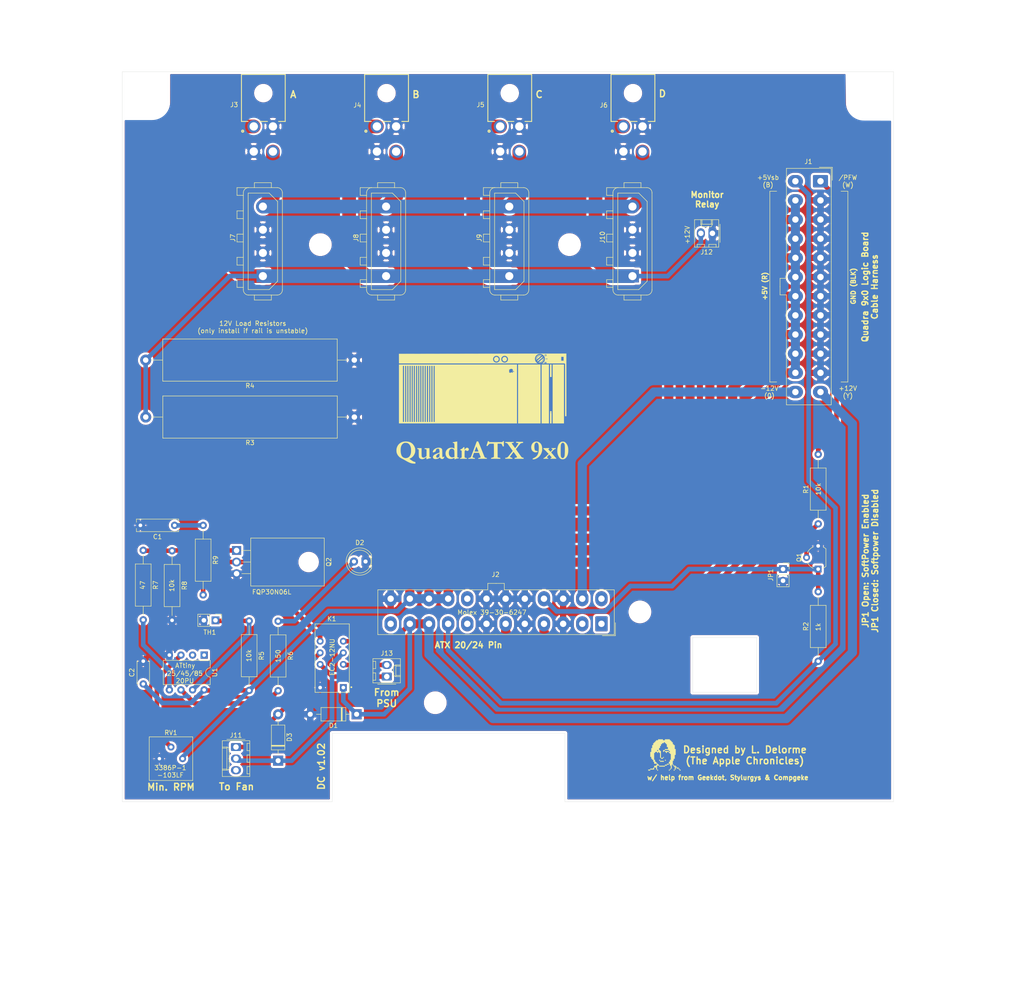
<source format=kicad_pcb>
(kicad_pcb (version 20171130) (host pcbnew "(5.1.5-0-10_14)")
  (layers (0 F.Cu signal) (31 B.Cu signal) (34 B.Paste user) (35 F.Paste user) (36 B.SilkS user) (37 F.SilkS user) (38 B.Mask user) (39 F.Mask user) (44 Edge.Cuts user))
  (net 0 "")
  (net 1 5V_standby)
  (net 2 5V)
  (net 3 -12V)
  (net 4 12V)
  (net 5 GND)
  (net 6 PFW)
  (net 7 PW_OK)
  (net 8 PS_ON)
  (net 9 -5V)
  (net 10 "Net-(Q1-Pad2)")
  (net 11 "Net-(J2-Pad13)")
  (net 12 "Net-(J2-Pad12)")
  (net 13 "Net-(J2-Pad2)")
  (net 14 "Net-(J2-Pad1)")
  (net 15 "Net-(J11-Pad3)")
  (net 16 /-)
  (net 17 /+)
  (net 18 Controller-)
  (net 19 Fan-)
  (net 20 Fan+)
  (net 21 "Net-(D2-Pad2)")
  (net 22 "Net-(U1-Pad1)")
  (net 23 "Net-(U1-Pad2)")
  (net 24 /PWM_signal)
  (net 25 /NTC_temp)
  (net 26 /LED_onoff)
  (net 27 /Pot)
  (net 28 /PWM_att)
  (net 29 "Net-(C1-Pad1)")
  (net 30 5V_HD)
  (net 31 12V_HD)
  (module Package_TO_SOT_THT:TO-220F-3_Horizontal_TabDown (layer F.Cu) (at 186.03 172.92 270)
    (fp_text reference Q2 (at 2.54 -20.22 90) (layer F.SilkS))
    (fp_text value FQP30N06L (at 9.11 -7.71 180) (layer F.SilkS))
    (pad "" np_thru_hole oval (at 2.54 -15.8 270) (size 3.5 3.5) (drill 3.5) (layers *.Cu *.Mask))
    (pad 1 thru_hole rect (at 0 0 270) (size 1.905 2) (drill 1.2) (layers *.Cu *.Mask) (net 28 /PWM_att))
    (pad 2 thru_hole oval (at 2.54 0 270) (size 1.905 2) (drill 1.2) (layers *.Cu *.Mask) (net 18 Controller-))
    (pad 3 thru_hole oval (at 5.08 0 270) (size 1.905 2) (drill 1.2) (layers *.Cu *.Mask) (net 5 GND))
  )
  (module LED_THT:LED_D5.0mm (layer F.Cu) (at 214.3 175.35 180)
    (fp_text reference D2 (at 1.27 4.13) (layer F.SilkS))
    (fp_text value LED)
    (pad 1 thru_hole rect (at 0 0 180) (size 1.8 1.8) (drill 0.9) (layers *.Cu *.Mask) (net 5 GND))
    (pad 2 thru_hole circle (at 2.54 0 180) (size 1.8 1.8) (drill 0.9) (layers *.Cu *.Mask) (net 21 "Net-(D2-Pad2)"))
  )
  (module MountingHole:MountingHole_4mm (layer F.Cu) (at 229.58 206.29)
    (fp_text reference REF**)
    (fp_text value MountingHole_4mm)
    (pad 1 np_thru_hole circle (at 0 0) (size 4 4) (drill 4) (layers *.Cu *.Mask))
  )
  (module Relay_12:RELAY_EC2-5NU (layer F.Cu) (at 206.89 196.52 180)
    (fp_text reference K1 (at -0.01 8.62 180) (layer F.SilkS))
    (fp_text value EC2-12NU (at -0.11 0.23 270) (layer F.SilkS))
    (pad 1 thru_hole rect (at -2.54 -6.45 180) (size 1.5 1.5) (drill 0.8) (layers *.Cu *.Mask) (net 4 12V))
    (pad 12 thru_hole circle (at 2.54 -6.45 180) (size 1.5 1.5) (drill 0.8) (layers *.Cu *.Mask) (net 5 GND))
    (pad 3 thru_hole circle (at -2.54 -1.37 180) (size 1.5 1.5) (drill 0.8) (layers *.Cu *.Mask) (net 17 /+))
    (pad 8 thru_hole circle (at 2.54 3.71 180) (size 1.5 1.5) (drill 0.8) (layers *.Cu *.Mask) (net 18 Controller-))
    (pad 4 thru_hole circle (at -2.54 1.17 180) (size 1.5 1.5) (drill 0.8) (layers *.Cu *.Mask) (net 20 Fan+))
    (pad 5 thru_hole circle (at -2.54 3.71 180) (size 1.5 1.5) (drill 0.8) (layers *.Cu *.Mask) (net 4 12V))
    (pad 10 thru_hole circle (at 2.54 -1.37 180) (size 1.5 1.5) (drill 0.8) (layers *.Cu *.Mask) (net 16 /-))
    (pad 9 thru_hole circle (at 2.54 1.17 180) (size 1.5 1.5) (drill 0.8) (layers *.Cu *.Mask) (net 19 Fan-))
  )
  (module Connector_PinHeader_2.54mm:PinHeader_1x02_P2.54mm_Vertical (layer F.Cu) (at 181.41 188.23 270)
    (fp_text reference TH1 (at 2.63 1.25 180) (layer F.SilkS))
    (fp_text value 10k)
    (pad 1 thru_hole rect (at 0 0 270) (size 1.7 1.7) (drill 1) (layers *.Cu *.Mask) (net 25 /NTC_temp))
    (pad 2 thru_hole oval (at 0 2.54 270) (size 1.7 1.7) (drill 1) (layers *.Cu *.Mask) (net 5 GND))
  )
  (module Package_DIP:DIP-8_W7.62mm (layer F.Cu) (at 178.93 195.85 270)
    (fp_text reference U1 (at 3.81 -2.33 90) (layer F.SilkS))
    (fp_text value ATtiny (at 2.3 4.16 180) (layer F.SilkS))
    (pad 8 thru_hole oval (at 7.62 0 270) (size 1.6 1.6) (drill 0.8) (layers *.Cu *.Mask) (net 2 5V))
    (pad 4 thru_hole oval (at 0 7.62 270) (size 1.6 1.6) (drill 0.8) (layers *.Cu *.Mask) (net 5 GND))
    (pad 7 thru_hole oval (at 7.62 2.54 270) (size 1.6 1.6) (drill 0.8) (layers *.Cu *.Mask) (net 25 /NTC_temp))
    (pad 3 thru_hole oval (at 0 5.08 270) (size 1.6 1.6) (drill 0.8) (layers *.Cu *.Mask) (net 27 /Pot))
    (pad 6 thru_hole oval (at 7.62 5.08 270) (size 1.6 1.6) (drill 0.8) (layers *.Cu *.Mask) (net 26 /LED_onoff))
    (pad 2 thru_hole oval (at 0 2.54 270) (size 1.6 1.6) (drill 0.8) (layers *.Cu *.Mask) (net 23 "Net-(U1-Pad2)"))
    (pad 5 thru_hole oval (at 7.62 7.62 270) (size 1.6 1.6) (drill 0.8) (layers *.Cu *.Mask) (net 24 /PWM_signal))
    (pad 1 thru_hole rect (at 0 0 270) (size 1.6 1.6) (drill 0.8) (layers *.Cu *.Mask) (net 22 "Net-(U1-Pad1)"))
  )
  (module Connector_Molex:Molex_KK-254_AE-6410-02A_1x02_P2.54mm_Vertical (layer F.Cu) (at 218.95 200.56 90)
    (fp_text reference J13 (at 5.1 0.01 180) (layer F.SilkS))
    (fp_text value Conn_01x02_Male)
    (pad 1 thru_hole roundrect (at 0 0 90) (size 1.74 2.2) (drill 1.2) (layers *.Cu *.Mask) (roundrect_rratio 0.143678) (net 16 /-))
    (pad 2 thru_hole oval (at 2.54 0 90) (size 1.74 2.2) (drill 1.2) (layers *.Cu *.Mask) (net 17 /+))
  )
  (module Quadra_LOGO:QuadrATX_9x0_1000B (layer F.Cu) (at 239.96 153.02)
    (fp_text reference G*** hide)
    (fp_text value LOGO hide)
  )
  (module Connector_Molex:Molex_KK-254_AE-6410-02A_1x02_P2.54mm_Vertical (layer F.Cu) (at 290.32 103.42 180)
    (fp_text reference J12 (at 1.27 -4.12) (layer F.SilkS))
    (fp_text value Conn_01x02_Male)
    (pad 2 thru_hole oval (at 2.54 0 180) (size 1.74 2.2) (drill 1.2) (layers *.Cu *.Mask) (net 31 12V_HD))
    (pad 1 thru_hole roundrect (at 0 0 180) (size 1.74 2.2) (drill 1.2) (layers *.Cu *.Mask) (roundrect_rratio 0.143678) (net 5 GND))
  )
  (module Square_Molex_4_pin_small:39-30-1040 (layer F.Cu) (at 272.9 66.1 180)
    (fp_text reference J6 (at 6.4 -9.25) (layer F.SilkS))
    (fp_text value 26-01-3115 hide)
    (pad 5 np_thru_hole circle (at 0 -6.6 180) (size 3.05 0) (drill 3.05) (layers *.Cu *.Mask))
    (pad 4 thru_hole circle (at -2.1 -19.4 180) (size 2.8 2.8) (drill 1.85) (layers *.Cu *.Mask) (net 30 5V_HD))
    (pad 3 thru_hole circle (at 2.1 -19.4 180) (size 2.8 2.8) (drill 1.85) (layers *.Cu *.Mask) (net 5 GND))
    (pad 2 thru_hole circle (at -2.1 -13.9 180) (size 2.8 2.8) (drill 1.85) (layers *.Cu *.Mask) (net 5 GND))
    (pad 1 thru_hole circle (at 2.1 -13.9 180) (size 2.8 2.8) (drill 1.85) (layers *.Cu *.Mask) (net 31 12V_HD))
  )
  (module Square_Molex_4_pin_small:39-30-1040 (layer F.Cu) (at 245.9 66.1 180)
    (fp_text reference J5 (at 6.4 -9.15) (layer F.SilkS))
    (fp_text value 26-01-3115 hide)
    (pad 5 np_thru_hole circle (at 0 -6.6 180) (size 3.05 0) (drill 3.05) (layers *.Cu *.Mask))
    (pad 4 thru_hole circle (at -2.1 -19.4 180) (size 2.8 2.8) (drill 1.85) (layers *.Cu *.Mask) (net 30 5V_HD))
    (pad 3 thru_hole circle (at 2.1 -19.4 180) (size 2.8 2.8) (drill 1.85) (layers *.Cu *.Mask) (net 5 GND))
    (pad 2 thru_hole circle (at -2.1 -13.9 180) (size 2.8 2.8) (drill 1.85) (layers *.Cu *.Mask) (net 5 GND))
    (pad 1 thru_hole circle (at 2.1 -13.9 180) (size 2.8 2.8) (drill 1.85) (layers *.Cu *.Mask) (net 31 12V_HD))
  )
  (module Square_Molex_4_pin_small:39-30-1040 (layer F.Cu) (at 218.9 66.1 180)
    (fp_text reference J4 (at 6.4 -9.25) (layer F.SilkS))
    (fp_text value 26-01-3115 hide)
    (pad 5 np_thru_hole circle (at 0 -6.6 180) (size 3.05 0) (drill 3.05) (layers *.Cu *.Mask))
    (pad 4 thru_hole circle (at -2.1 -19.4 180) (size 2.8 2.8) (drill 1.85) (layers *.Cu *.Mask) (net 30 5V_HD))
    (pad 3 thru_hole circle (at 2.1 -19.4 180) (size 2.8 2.8) (drill 1.85) (layers *.Cu *.Mask) (net 5 GND))
    (pad 2 thru_hole circle (at -2.1 -13.9 180) (size 2.8 2.8) (drill 1.85) (layers *.Cu *.Mask) (net 5 GND))
    (pad 1 thru_hole circle (at 2.1 -13.9 180) (size 2.8 2.8) (drill 1.85) (layers *.Cu *.Mask) (net 31 12V_HD))
  )
  (module Square_Molex_4_pin_small:39-30-1040 (layer F.Cu) (at 191.9 66.1 180)
    (fp_text reference J3 (at 6.4 -9.15) (layer F.SilkS))
    (fp_text value 26-01-3115 hide)
    (pad 5 np_thru_hole circle (at 0 -6.6 180) (size 3.05 0) (drill 3.05) (layers *.Cu *.Mask))
    (pad 4 thru_hole circle (at -2.1 -19.4 180) (size 2.8 2.8) (drill 1.85) (layers *.Cu *.Mask) (net 30 5V_HD))
    (pad 3 thru_hole circle (at 2.1 -19.4 180) (size 2.8 2.8) (drill 1.85) (layers *.Cu *.Mask) (net 5 GND))
    (pad 2 thru_hole circle (at -2.1 -13.9 180) (size 2.8 2.8) (drill 1.85) (layers *.Cu *.Mask) (net 5 GND))
    (pad 1 thru_hole circle (at 2.1 -13.9 180) (size 2.8 2.8) (drill 1.85) (layers *.Cu *.Mask) (net 31 12V_HD))
  )
  (module Connector_TE-Connectivity:TE_MATE-N-LOK_350211-1_1x04_P5.08mm_Vertical (layer F.Cu) (at 272.8 112.8 90)
    (fp_text reference J10 (at 8.5 -6.58 90) (layer F.SilkS))
    (fp_text value 15-24-4449)
    (pad 4 thru_hole circle (at 15.24 0 90) (size 2.78 2.78) (drill 1.78) (layers *.Cu *.Mask) (net 30 5V_HD))
    (pad 3 thru_hole circle (at 10.16 0 90) (size 2.78 2.78) (drill 1.78) (layers *.Cu *.Mask) (net 5 GND))
    (pad 2 thru_hole circle (at 5.08 0 90) (size 2.78 2.78) (drill 1.78) (layers *.Cu *.Mask) (net 5 GND))
    (pad 1 thru_hole rect (at 0 0 90) (size 2.78 2.78) (drill 1.78) (layers *.Cu *.Mask) (net 31 12V_HD))
  )
  (module Connector_TE-Connectivity:TE_MATE-N-LOK_350211-1_1x04_P5.08mm_Vertical (layer F.Cu) (at 245.8 112.8 90)
    (fp_text reference J9 (at 8.38 -6.58 90) (layer F.SilkS))
    (fp_text value 15-24-4449)
    (pad 4 thru_hole circle (at 15.24 0 90) (size 2.78 2.78) (drill 1.78) (layers *.Cu *.Mask) (net 30 5V_HD))
    (pad 3 thru_hole circle (at 10.16 0 90) (size 2.78 2.78) (drill 1.78) (layers *.Cu *.Mask) (net 5 GND))
    (pad 2 thru_hole circle (at 5.08 0 90) (size 2.78 2.78) (drill 1.78) (layers *.Cu *.Mask) (net 5 GND))
    (pad 1 thru_hole rect (at 0 0 90) (size 2.78 2.78) (drill 1.78) (layers *.Cu *.Mask) (net 31 12V_HD))
  )
  (module Connector_TE-Connectivity:TE_MATE-N-LOK_350211-1_1x04_P5.08mm_Vertical (layer F.Cu) (at 218.8 112.8 90)
    (fp_text reference J8 (at 8.38 -6.58 90) (layer F.SilkS))
    (fp_text value 15-24-4449)
    (pad 4 thru_hole circle (at 15.24 0 90) (size 2.78 2.78) (drill 1.78) (layers *.Cu *.Mask) (net 30 5V_HD))
    (pad 3 thru_hole circle (at 10.16 0 90) (size 2.78 2.78) (drill 1.78) (layers *.Cu *.Mask) (net 5 GND))
    (pad 2 thru_hole circle (at 5.08 0 90) (size 2.78 2.78) (drill 1.78) (layers *.Cu *.Mask) (net 5 GND))
    (pad 1 thru_hole rect (at 0 0 90) (size 2.78 2.78) (drill 1.78) (layers *.Cu *.Mask) (net 31 12V_HD))
  )
  (module Connector_TE-Connectivity:TE_MATE-N-LOK_350211-1_1x04_P5.08mm_Vertical (layer F.Cu) (at 191.8 112.8 90)
    (fp_text reference J7 (at 8.38 -6.58 90) (layer F.SilkS))
    (fp_text value 15-24-4449)
    (pad 4 thru_hole circle (at 15.24 0 90) (size 2.78 2.78) (drill 1.78) (layers *.Cu *.Mask) (net 30 5V_HD))
    (pad 3 thru_hole circle (at 10.16 0 90) (size 2.78 2.78) (drill 1.78) (layers *.Cu *.Mask) (net 5 GND))
    (pad 2 thru_hole circle (at 5.08 0 90) (size 2.78 2.78) (drill 1.78) (layers *.Cu *.Mask) (net 5 GND))
    (pad 1 thru_hole rect (at 0 0 90) (size 2.78 2.78) (drill 1.78) (layers *.Cu *.Mask) (net 31 12V_HD))
  )
  (module Connector_PinSocket_2.54mm:PinSocket_1x02_P2.54mm_Vertical (layer F.Cu) (at 305.79 177.01)
    (fp_text reference JP1 (at -2.7 1.3 90) (layer F.SilkS))
    (fp_text value Jumper_NO_Small)
    (pad 2 thru_hole oval (at 0 2.54) (size 1.7 1.7) (drill 1) (layers *.Cu *.Mask) (net 5 GND))
    (pad 1 thru_hole rect (at 0 0) (size 1.7 1.7) (drill 1) (layers *.Cu *.Mask) (net 8 PS_ON))
  )
  (module Resistor_THT:R_Axial_DIN0309_L9.0mm_D3.2mm_P15.24mm_Horizontal (layer F.Cu) (at 313.5 197.2 90)
    (fp_text reference R2 (at 7.63 -2.69 90) (layer F.SilkS))
    (fp_text value 1k (at 7.5 0 90) (layer F.SilkS))
    (pad 2 thru_hole oval (at 15.24 0 90) (size 1.6 1.6) (drill 0.8) (layers *.Cu *.Mask) (net 8 PS_ON))
    (pad 1 thru_hole circle (at 0 0 90) (size 1.6 1.6) (drill 0.8) (layers *.Cu *.Mask) (net 1 5V_standby))
  )
  (module Resistor_THT:R_Axial_DIN0309_L9.0mm_D3.2mm_P15.24mm_Horizontal (layer F.Cu) (at 313.5 167.1 90)
    (fp_text reference R1 (at 7.62 -2.69 90) (layer F.SilkS))
    (fp_text value 10k (at 7.62 0.05 90) (layer F.SilkS))
    (pad 2 thru_hole oval (at 15.24 0 90) (size 1.6 1.6) (drill 0.8) (layers *.Cu *.Mask) (net 6 PFW))
    (pad 1 thru_hole circle (at 0 0 90) (size 1.6 1.6) (drill 0.8) (layers *.Cu *.Mask) (net 10 "Net-(Q1-Pad2)"))
  )
  (module MountingHole:MountingHole_4mm (layer F.Cu) (at 325 73)
    (fp_text reference REF**)
    (fp_text value MountingHole_4mm)
    (pad 1 np_thru_hole circle (at 0 0) (size 4 4) (drill 4) (layers *.Cu *.Mask))
  )
  (module MountingHole:MountingHole_4mm (layer F.Cu) (at 166 73)
    (fp_text reference REF**)
    (fp_text value MountingHole_4mm)
    (pad 1 np_thru_hole circle (at 0 0) (size 4 4) (drill 4) (layers *.Cu *.Mask))
  )
  (module MountingHole:MountingHole_4mm (layer F.Cu) (at 274.43 186.39)
    (fp_text reference REF**)
    (fp_text value MountingHole_4mm)
    (pad 1 np_thru_hole circle (at 0 0) (size 4 4) (drill 4) (layers *.Cu *.Mask))
  )
  (module MountingHole:MountingHole_4mm (layer F.Cu) (at 259 105.9)
    (fp_text reference REF**)
    (fp_text value MountingHole_4mm)
    (pad 1 np_thru_hole circle (at 0 0) (size 4 4) (drill 4) (layers *.Cu *.Mask))
  )
  (module MountingHole:MountingHole_4mm (layer F.Cu) (at 204.4 105.9)
    (fp_text reference REF**)
    (fp_text value MountingHole_4mm)
    (pad 1 np_thru_hole circle (at 0 0) (size 4 4) (drill 4) (layers *.Cu *.Mask))
  )
  (module Quadra_LOGO:4500 (layer F.Cu) (at 239.97 137.42 270)
    (fp_text reference G*** hide)
    (fp_text value LOGO hide)
  )
  (module Quadra_LOGO:steve (layer F.Cu) (at 279.5 218.7)
    (fp_text reference G*** hide)
    (fp_text value LOGO hide)
  )
  (module Diode_THT:D_DO-41_SOD81_P10.16mm_Horizontal (layer F.Cu) (at 212.34 208.82 180)
    (fp_text reference D1 (at 5.08 -2.47) (layer F.SilkS))
    (fp_text value 1N4001)
    (pad 2 thru_hole oval (at 10.16 0 180) (size 2.2 2.2) (drill 1.1) (layers *.Cu *.Mask) (net 5 GND))
    (pad 1 thru_hole rect (at 0 0 180) (size 2.2 2.2) (drill 1.1) (layers *.Cu *.Mask) (net 4 12V))
  )
  (module Diode_THT:D_DO-41_SOD81_P10.16mm_Horizontal (layer F.Cu) (at 195.14 218.99 90)
    (fp_text reference D3 (at 5.12 2.47 90) (layer F.SilkS))
    (fp_text value 1N4001)
    (pad 2 thru_hole oval (at 10.16 0 90) (size 2.2 2.2) (drill 1.1) (layers *.Cu *.Mask) (net 19 Fan-))
    (pad 1 thru_hole rect (at 0 0 90) (size 2.2 2.2) (drill 1.1) (layers *.Cu *.Mask) (net 20 Fan+))
  )
  (module Connector_Molex:Molex_KK-254_AE-6410-03A_1x03_P2.54mm_Vertical (layer F.Cu) (at 185.9 216 270)
    (fp_text reference J11 (at -2.58 0 180) (layer F.SilkS))
    (fp_text value Conn_01x03_Male)
    (pad 1 thru_hole roundrect (at 0 0 270) (size 1.74 2.2) (drill 1.2) (layers *.Cu *.Mask) (roundrect_rratio 0.143678) (net 19 Fan-))
    (pad 2 thru_hole oval (at 2.54 0 270) (size 1.74 2.2) (drill 1.2) (layers *.Cu *.Mask) (net 20 Fan+))
    (pad 3 thru_hole oval (at 5.08 0 270) (size 1.74 2.2) (drill 1.2) (layers *.Cu *.Mask) (net 15 "Net-(J11-Pad3)"))
  )
  (module Resistor_THT:R_Axial_DIN0309_L9.0mm_D3.2mm_P15.24mm_Horizontal (layer F.Cu) (at 188.79 203.6 90)
    (fp_text reference R5 (at 7.59 2.71 90) (layer F.SilkS))
    (fp_text value 10k (at 7.63 -0.04 90) (layer F.SilkS))
    (pad 1 thru_hole circle (at 0 0 90) (size 1.6 1.6) (drill 0.8) (layers *.Cu *.Mask) (net 2 5V))
    (pad 2 thru_hole oval (at 15.24 0 90) (size 1.6 1.6) (drill 0.8) (layers *.Cu *.Mask) (net 25 /NTC_temp))
  )
  (module Resistor_THT:R_Axial_DIN0309_L9.0mm_D3.2mm_P15.24mm_Horizontal (layer F.Cu) (at 195.14 203.66 90)
    (fp_text reference R6 (at 7.65 2.72 90) (layer F.SilkS))
    (fp_text value 150 (at 7.59 0.01 90) (layer F.SilkS))
    (pad 2 thru_hole oval (at 15.24 0 90) (size 1.6 1.6) (drill 0.8) (layers *.Cu *.Mask) (net 21 "Net-(D2-Pad2)"))
    (pad 1 thru_hole circle (at 0 0 90) (size 1.6 1.6) (drill 0.8) (layers *.Cu *.Mask) (net 26 /LED_onoff))
  )
  (module Potentiometer:3386P-1-103LF (layer F.Cu) (at 171.66 218.55 180)
    (fp_text reference RV1 (at 0.01 5.69) (layer F.SilkS))
    (fp_text value 10k)
    (pad 3 thru_hole circle (at -2.54 0 180) (size 1.524 1.524) (drill 0.762) (layers *.Cu *.Mask) (net 2 5V))
    (pad 1 thru_hole circle (at 2.54 0 180) (size 1.524 1.524) (drill 0.762) (layers *.Cu *.Mask) (net 5 GND))
    (pad 2 thru_hole circle (at 0 2.54 180) (size 1.524 1.524) (drill 0.762) (layers *.Cu *.Mask) (net 27 /Pot))
  )
  (module Resistor_THT:R_Axial_DIN0309_L9.0mm_D3.2mm_P15.24mm_Horizontal (layer F.Cu) (at 165.58 172.89 270)
    (fp_text reference R7 (at 7.62 -2.72 90) (layer F.SilkS))
    (fp_text value 47 (at 7.64 0.11 90) (layer F.SilkS))
    (pad 1 thru_hole circle (at 0 0 270) (size 1.6 1.6) (drill 0.8) (layers *.Cu *.Mask) (net 28 /PWM_att))
    (pad 2 thru_hole oval (at 15.24 0 270) (size 1.6 1.6) (drill 0.8) (layers *.Cu *.Mask) (net 24 /PWM_signal))
  )
  (module Resistor_THT:R_Axial_DIN0309_L9.0mm_D3.2mm_P15.24mm_Horizontal (layer F.Cu) (at 171.9 172.99 270)
    (fp_text reference R8 (at 7.62 -2.72 90) (layer F.SilkS))
    (fp_text value 10k (at 7.62 0.05 90) (layer F.SilkS))
    (pad 2 thru_hole oval (at 15.24 0 270) (size 1.6 1.6) (drill 0.8) (layers *.Cu *.Mask) (net 5 GND))
    (pad 1 thru_hole circle (at 0 0 270) (size 1.6 1.6) (drill 0.8) (layers *.Cu *.Mask) (net 28 /PWM_att))
  )
  (module Resistor_THT:R_Axial_DIN0309_L9.0mm_D3.2mm_P15.24mm_Horizontal (layer F.Cu) (at 178.71 182.67 90)
    (fp_text reference R9 (at 7.63 2.74 90) (layer F.SilkS))
    (fp_text value R_snub)
    (pad 1 thru_hole circle (at 0 0 90) (size 1.6 1.6) (drill 0.8) (layers *.Cu *.Mask) (net 18 Controller-))
    (pad 2 thru_hole oval (at 15.24 0 90) (size 1.6 1.6) (drill 0.8) (layers *.Cu *.Mask) (net 29 "Net-(C1-Pad1)"))
  )
  (module Capacitor_THT:C_Rect_L9.0mm_W2.5mm_P7.50mm_MKT (layer F.Cu) (at 172.46 167.42 180)
    (fp_text reference C1 (at 3.75 -2.5) (layer F.SilkS))
    (fp_text value C_snub)
    (pad 1 thru_hole circle (at 0 0 180) (size 1.6 1.6) (drill 0.8) (layers *.Cu *.Mask) (net 29 "Net-(C1-Pad1)"))
    (pad 2 thru_hole circle (at 7.5 0 180) (size 1.6 1.6) (drill 0.8) (layers *.Cu *.Mask) (net 5 GND))
  )
  (module Capacitor_THT:C_Disc_D4.7mm_W2.5mm_P5.00mm (layer F.Cu) (at 165.59 202.18 90)
    (fp_text reference C2 (at 2.5 -2.5 90) (layer F.SilkS))
    (fp_text value 0.1uF)
    (pad 1 thru_hole circle (at 0 0 90) (size 1.6 1.6) (drill 0.8) (layers *.Cu *.Mask) (net 2 5V))
    (pad 2 thru_hole circle (at 5 0 90) (size 1.6 1.6) (drill 0.8) (layers *.Cu *.Mask) (net 5 GND))
  )
  (module Connector_Molex:Molex_Mini-Fit_Jr_5566-24A_2x12_P4.20mm_Vertical (layer F.Cu) (at 314 92 270)
    (fp_text reference J1 (at -4.29 2.65 180) (layer F.SilkS))
    (fp_text value 0039281243)
    (pad 1 thru_hole roundrect (at 0 0 270) (size 2.7 3.3) (drill 1.4) (layers *.Cu *.Mask) (roundrect_rratio 0.09259299999999999) (net 6 PFW))
    (pad 2 thru_hole oval (at 4.2 0 270) (size 2.7 3.3) (drill 1.4) (layers *.Cu *.Mask) (net 5 GND))
    (pad 3 thru_hole oval (at 8.4 0 270) (size 2.7 3.3) (drill 1.4) (layers *.Cu *.Mask) (net 5 GND))
    (pad 4 thru_hole oval (at 12.6 0 270) (size 2.7 3.3) (drill 1.4) (layers *.Cu *.Mask) (net 5 GND))
    (pad 5 thru_hole oval (at 16.8 0 270) (size 2.7 3.3) (drill 1.4) (layers *.Cu *.Mask) (net 5 GND))
    (pad 6 thru_hole oval (at 21 0 270) (size 2.7 3.3) (drill 1.4) (layers *.Cu *.Mask) (net 5 GND))
    (pad 7 thru_hole oval (at 25.2 0 270) (size 2.7 3.3) (drill 1.4) (layers *.Cu *.Mask) (net 5 GND))
    (pad 8 thru_hole oval (at 29.4 0 270) (size 2.7 3.3) (drill 1.4) (layers *.Cu *.Mask) (net 5 GND))
    (pad 9 thru_hole oval (at 33.6 0 270) (size 2.7 3.3) (drill 1.4) (layers *.Cu *.Mask) (net 5 GND))
    (pad 10 thru_hole oval (at 37.8 0 270) (size 2.7 3.3) (drill 1.4) (layers *.Cu *.Mask) (net 5 GND))
    (pad 11 thru_hole oval (at 42 0 270) (size 2.7 3.3) (drill 1.4) (layers *.Cu *.Mask) (net 5 GND))
    (pad 12 thru_hole oval (at 46.2 0 270) (size 2.7 3.3) (drill 1.4) (layers *.Cu *.Mask) (net 4 12V))
    (pad 13 thru_hole oval (at 0 5.5 270) (size 2.7 3.3) (drill 1.4) (layers *.Cu *.Mask) (net 1 5V_standby))
    (pad 14 thru_hole oval (at 4.2 5.5 270) (size 2.7 3.3) (drill 1.4) (layers *.Cu *.Mask) (net 2 5V))
    (pad 15 thru_hole oval (at 8.4 5.5 270) (size 2.7 3.3) (drill 1.4) (layers *.Cu *.Mask) (net 2 5V))
    (pad 16 thru_hole oval (at 12.6 5.5 270) (size 2.7 3.3) (drill 1.4) (layers *.Cu *.Mask) (net 2 5V))
    (pad 17 thru_hole oval (at 16.8 5.5 270) (size 2.7 3.3) (drill 1.4) (layers *.Cu *.Mask) (net 2 5V))
    (pad 18 thru_hole oval (at 21 5.5 270) (size 2.7 3.3) (drill 1.4) (layers *.Cu *.Mask) (net 2 5V))
    (pad 19 thru_hole oval (at 25.2 5.5 270) (size 2.7 3.3) (drill 1.4) (layers *.Cu *.Mask) (net 2 5V))
    (pad 20 thru_hole oval (at 29.4 5.5 270) (size 2.7 3.3) (drill 1.4) (layers *.Cu *.Mask) (net 2 5V))
    (pad 21 thru_hole oval (at 33.6 5.5 270) (size 2.7 3.3) (drill 1.4) (layers *.Cu *.Mask) (net 2 5V))
    (pad 22 thru_hole oval (at 37.8 5.5 270) (size 2.7 3.3) (drill 1.4) (layers *.Cu *.Mask) (net 2 5V))
    (pad 23 thru_hole oval (at 42 5.5 270) (size 2.7 3.3) (drill 1.4) (layers *.Cu *.Mask) (net 2 5V))
    (pad 24 thru_hole oval (at 46.2 5.5 270) (size 2.7 3.3) (drill 1.4) (layers *.Cu *.Mask) (net 3 -12V))
  )
  (module Connector_Molex:Molex_Mini-Fit_Jr_5566-24A_2x12_P4.20mm_Vertical (layer F.Cu) (at 266 189 180)
    (fp_text reference J2 (at 23.2 10.79) (layer F.SilkS))
    (fp_text value 0039281243)
    (pad 24 thru_hole oval (at 46.2 5.5 180) (size 2.7 3.3) (drill 1.4) (layers *.Cu *.Mask) (net 5 GND))
    (pad 23 thru_hole oval (at 42 5.5 180) (size 2.7 3.3) (drill 1.4) (layers *.Cu *.Mask) (net 2 5V))
    (pad 22 thru_hole oval (at 37.8 5.5 180) (size 2.7 3.3) (drill 1.4) (layers *.Cu *.Mask) (net 2 5V))
    (pad 21 thru_hole oval (at 33.6 5.5 180) (size 2.7 3.3) (drill 1.4) (layers *.Cu *.Mask) (net 2 5V))
    (pad 20 thru_hole oval (at 29.4 5.5 180) (size 2.7 3.3) (drill 1.4) (layers *.Cu *.Mask) (net 9 -5V))
    (pad 19 thru_hole oval (at 25.2 5.5 180) (size 2.7 3.3) (drill 1.4) (layers *.Cu *.Mask) (net 5 GND))
    (pad 18 thru_hole oval (at 21 5.5 180) (size 2.7 3.3) (drill 1.4) (layers *.Cu *.Mask) (net 5 GND))
    (pad 17 thru_hole oval (at 16.8 5.5 180) (size 2.7 3.3) (drill 1.4) (layers *.Cu *.Mask) (net 5 GND))
    (pad 16 thru_hole oval (at 12.6 5.5 180) (size 2.7 3.3) (drill 1.4) (layers *.Cu *.Mask) (net 8 PS_ON))
    (pad 15 thru_hole oval (at 8.4 5.5 180) (size 2.7 3.3) (drill 1.4) (layers *.Cu *.Mask) (net 5 GND))
    (pad 14 thru_hole oval (at 4.2 5.5 180) (size 2.7 3.3) (drill 1.4) (layers *.Cu *.Mask) (net 3 -12V))
    (pad 13 thru_hole oval (at 0 5.5 180) (size 2.7 3.3) (drill 1.4) (layers *.Cu *.Mask) (net 11 "Net-(J2-Pad13)"))
    (pad 12 thru_hole oval (at 46.2 0 180) (size 2.7 3.3) (drill 1.4) (layers *.Cu *.Mask) (net 12 "Net-(J2-Pad12)"))
    (pad 11 thru_hole oval (at 42 0 180) (size 2.7 3.3) (drill 1.4) (layers *.Cu *.Mask) (net 4 12V))
    (pad 10 thru_hole oval (at 37.8 0 180) (size 2.7 3.3) (drill 1.4) (layers *.Cu *.Mask) (net 4 12V))
    (pad 9 thru_hole oval (at 33.6 0 180) (size 2.7 3.3) (drill 1.4) (layers *.Cu *.Mask) (net 1 5V_standby))
    (pad 8 thru_hole oval (at 29.4 0 180) (size 2.7 3.3) (drill 1.4) (layers *.Cu *.Mask) (net 7 PW_OK))
    (pad 7 thru_hole oval (at 25.2 0 180) (size 2.7 3.3) (drill 1.4) (layers *.Cu *.Mask) (net 5 GND))
    (pad 6 thru_hole oval (at 21 0 180) (size 2.7 3.3) (drill 1.4) (layers *.Cu *.Mask) (net 2 5V))
    (pad 5 thru_hole oval (at 16.8 0 180) (size 2.7 3.3) (drill 1.4) (layers *.Cu *.Mask) (net 5 GND))
    (pad 4 thru_hole oval (at 12.6 0 180) (size 2.7 3.3) (drill 1.4) (layers *.Cu *.Mask) (net 2 5V))
    (pad 3 thru_hole oval (at 8.4 0 180) (size 2.7 3.3) (drill 1.4) (layers *.Cu *.Mask) (net 5 GND))
    (pad 2 thru_hole oval (at 4.2 0 180) (size 2.7 3.3) (drill 1.4) (layers *.Cu *.Mask) (net 13 "Net-(J2-Pad2)"))
    (pad 1 thru_hole roundrect (at 0 0 180) (size 2.7 3.3) (drill 1.4) (layers *.Cu *.Mask) (roundrect_rratio 0.09259299999999999) (net 14 "Net-(J2-Pad1)"))
  )
  (module Package_TO_SOT_THT:TO-92L_Wide (layer F.Cu) (at 313.49 177.01 90)
    (fp_text reference Q1 (at 2.55 -4.15 90) (layer F.SilkS))
    (fp_text value BC547)
    (pad 2 thru_hole circle (at 2.54 -2.54 180) (size 1.5 1.5) (drill 0.8) (layers *.Cu *.Mask) (net 10 "Net-(Q1-Pad2)"))
    (pad 3 thru_hole circle (at 5.08 0 180) (size 1.5 1.5) (drill 0.8) (layers *.Cu *.Mask) (net 5 GND))
    (pad 1 thru_hole rect (at 0 0 180) (size 1.5 1.5) (drill 0.8) (layers *.Cu *.Mask) (net 8 PS_ON))
  )
  (module Resistor_THT:R_Axial_Power_L38.0mm_W9.0mm_P45.72mm (layer F.Cu) (at 211.85 143.69 180)
    (fp_text reference R3 (at 22.86 -5.62) (layer F.SilkS))
    (fp_text value R)
    (pad 1 thru_hole circle (at 0 0 180) (size 2.4 2.4) (drill 1.2) (layers *.Cu *.Mask) (net 5 GND))
    (pad 2 thru_hole oval (at 45.72 0 180) (size 2.4 2.4) (drill 1.2) (layers *.Cu *.Mask) (net 31 12V_HD))
  )
  (module Resistor_THT:R_Axial_Power_L38.0mm_W9.0mm_P45.72mm (layer F.Cu) (at 211.834999 131.204999 180)
    (fp_text reference R4 (at 22.86 -5.62) (layer F.SilkS))
    (fp_text value R)
    (pad 2 thru_hole oval (at 45.72 0 180) (size 2.4 2.4) (drill 1.2) (layers *.Cu *.Mask) (net 31 12V_HD))
    (pad 1 thru_hole circle (at 0 0 180) (size 2.4 2.4) (drill 1.2) (layers *.Cu *.Mask) (net 5 GND))
  )
  (gr_text "3386P-1\n-103LF" (at 171.53 221.36) (layer F.SilkS) (effects (font (size 1 1))))
  (gr_text "25/45/85\n20PU" (at 174.71 200.7) (layer F.SilkS) (effects (font (size 1 1))))
  (gr_text "Min. RPM" (at 171.65 224.78) (layer F.SilkS) (effects (font (size 1.5 1.5) (thickness 0.3))))
  (gr_text "To Fan" (at 186.02 224.68) (layer F.SilkS) (effects (font (size 1.5 1.5) (thickness 0.3))))
  (gr_text "From\nPSU" (at 218.93 205.25) (layer F.SilkS) (effects (font (size 1.5 1.5) (thickness 0.3))))
  (gr_text "DC v1.02" (at 204.6 220.23 90) (layer F.SilkS) (effects (font (size 1.5 1.5) (thickness 0.3))))
  (gr_text D (at 279.35 72.82) (layer F.SilkS) (effects (font (size 1.5 1.5) (thickness 0.3))))
  (gr_text C (at 252.34 72.99) (layer F.SilkS) (effects (font (size 1.5 1.5) (thickness 0.3))))
  (gr_text B (at 225.34 73) (layer F.SilkS) (effects (font (size 1.5 1.5) (thickness 0.3))))
  (gr_text A (at 198.45 73) (layer F.SilkS) (effects (font (size 1.5 1.5) (thickness 0.3))))
  (gr_text "Monitor\nRelay" (at 289.16 96.02) (layer F.SilkS) (effects (font (size 1.3 1.3) (thickness 0.3))))
  (gr_text +12V (at 284.82 103.78 90) (layer F.SilkS) (effects (font (size 1 1))))
  (gr_text "w/ help from Geekdot, Stylurgys & Compgeke" (at 293.69 222.71) (layer F.SilkS) (effects (font (size 1 1) (thickness 0.25))))
  (gr_text "Designed by L. Delorme \n(The Apple Chronicles) \n\n" (at 298 219) (layer F.SilkS) (effects (font (size 1.5 1.5) (thickness 0.3))))
  (gr_text "Molex 39-30-6247" (at 242 186.5) (layer F.SilkS) (effects (font (size 1 1))))
  (gr_text "+5Vsb\n(B)" (at 302.5 92) (layer F.SilkS) (effects (font (size 1 1))))
  (gr_text "+5V (R)" (at 301.8 115 90) (layer F.SilkS) (effects (font (size 1 1) (thickness 0.25))))
  (gr_line (start 302.9 94.2) (end 304.4 94.2) (layer F.SilkS) (width 0.12))
  (gr_line (start 302.9 94.2) (end 302.9 136) (layer F.SilkS) (width 0.12))
  (gr_line (start 304.4 136) (end 302.9 136) (layer F.SilkS) (width 0.12))
  (gr_text "GND (BLK)" (at 321.2 115 90) (layer F.SilkS) (effects (font (size 1 1) (thickness 0.25))))
  (gr_line (start 320 136) (end 318.5 136) (layer F.SilkS) (width 0.12))
  (gr_line (start 320 94.2) (end 320 136) (layer F.SilkS) (width 0.12))
  (gr_line (start 318.5 94.2) (end 320 94.2) (layer F.SilkS) (width 0.12))
  (gr_text "-12V\n(0)" (at 302.8 138.2) (layer F.SilkS) (effects (font (size 1 1))))
  (gr_text "+12V\n(Y)" (at 320 138.2) (layer F.SilkS) (effects (font (size 1 1))))
  (gr_text "/PFW\n(W)" (at 320 92) (layer F.SilkS) (effects (font (size 1 1))))
  (gr_text "JP1 Open: SoftPower Enabled\nJP1 Closed: Softpower Disabled" (at 324.9 175.2 90) (layer F.SilkS) (effects (font (size 1.3 1.3) (thickness 0.3))))
  (gr_text "12V Load Resistors\n(only install if rail is unstable)" (at 189.58 123.98) (layer F.SilkS) (effects (font (size 1 1))))
  (gr_text "Quadra 9x0 Logic Board\nCable Harness" (at 324.82 115.16 90) (layer F.SilkS) (effects (font (size 1.3 1.3) (thickness 0.3))))
  (gr_text "ATX 20/24 Pin" (at 236.87 193.66) (layer F.SilkS) (effects (font (size 1.3 1.3) (thickness 0.3))))
  (gr_line (start 258 228) (end 330 228) (layer Edge.Cuts) (width 0.05))
  (gr_line (start 330 228) (end 330 68) (layer Edge.Cuts) (width 0.05))
  (gr_line (start 300 204) (end 286 204) (layer Edge.Cuts) (width 0.05))
  (gr_line (start 300 192) (end 300 204) (layer Edge.Cuts) (width 0.05))
  (gr_line (start 286 192) (end 300 192) (layer Edge.Cuts) (width 0.05))
  (gr_line (start 286 192) (end 286 204) (layer Edge.Cuts) (width 0.05))
  (gr_line (start 330 68) (end 161 68) (layer Edge.Cuts) (width 0.05))
  (gr_line (start 161 228) (end 161 68) (layer Edge.Cuts) (width 0.05))
  (gr_line (start 207 213) (end 207 228) (layer Edge.Cuts) (width 0.05))
  (gr_line (start 258 213) (end 207 213) (layer Edge.Cuts) (width 0.05))
  (gr_line (start 258 213) (end 258 228) (layer Edge.Cuts) (width 0.05))
  (gr_line (start 207 228) (end 161 228) (layer Edge.Cuts) (width 0.05))
  (segment (start 304.3 206.4) (end 313.5 197.2) (width 1) (layer B.Cu) (net 1))
  (segment (start 244 206.4) (end 304.3 206.4) (width 1) (layer B.Cu) (net 1))
  (segment (start 232.4 194.8) (end 244 206.4) (width 1) (layer B.Cu) (net 1))
  (segment (start 311.4 157.7) (end 311.4 94.9) (width 1) (layer B.Cu) (net 1))
  (segment (start 317.3 163.6) (end 311.4 157.7) (width 1) (layer B.Cu) (net 1))
  (segment (start 317.3 193.4) (end 317.3 163.6) (width 1) (layer B.Cu) (net 1))
  (segment (start 313.5 197.2) (end 317.3 193.4) (width 1) (layer B.Cu) (net 1))
  (segment (start 232.4 194.8) (end 232.4 189) (width 1) (layer B.Cu) (net 1))
  (segment (start 311.4 94.9) (end 308.5 92) (width 1) (layer B.Cu) (net 1))
  (segment (start 289.75 133.970102) (end 306.520102 117.2) (width 2) (layer F.Cu) (net 2))
  (segment (start 289.75 165.75) (end 289.75 133.970102) (width 2) (layer F.Cu) (net 2))
  (segment (start 280 175.5) (end 289.75 165.75) (width 2) (layer F.Cu) (net 2))
  (segment (start 238.420102 175.5) (end 280 175.5) (width 2) (layer F.Cu) (net 2))
  (segment (start 232.4 181.520102) (end 238.420102 175.5) (width 2) (layer F.Cu) (net 2))
  (segment (start 285.4 129.920102) (end 306.520102 108.8) (width 2) (layer F.Cu) (net 2))
  (segment (start 277.25 170.25) (end 285.4 162.1) (width 2) (layer F.Cu) (net 2))
  (segment (start 285.4 162.1) (end 285.4 129.920102) (width 2) (layer F.Cu) (net 2))
  (segment (start 236.32 170.25) (end 277.25 170.25) (width 2) (layer F.Cu) (net 2))
  (segment (start 228.2 178.37) (end 236.32 170.25) (width 2) (layer F.Cu) (net 2))
  (segment (start 234.59 164.25) (end 224 174.84) (width 2) (layer F.Cu) (net 2))
  (segment (start 275.25 164.25) (end 234.59 164.25) (width 2) (layer F.Cu) (net 2))
  (segment (start 280.75 158.75) (end 275.25 164.25) (width 2) (layer F.Cu) (net 2))
  (segment (start 280.75 126.170102) (end 280.75 158.75) (width 2) (layer F.Cu) (net 2))
  (segment (start 306.520102 100.4) (end 280.75 126.170102) (width 2) (layer F.Cu) (net 2))
  (segment (start 294.75 173.75) (end 294.75 137.370102) (width 2) (layer F.Cu) (net 2))
  (segment (start 294.75 137.370102) (end 306.520102 125.6) (width 2) (layer F.Cu) (net 2))
  (segment (start 273.75 194.75) (end 294.75 173.75) (width 2) (layer F.Cu) (net 2))
  (segment (start 257.170102 194.75) (end 273.75 194.75) (width 2) (layer F.Cu) (net 2))
  (segment (start 253.4 190.979898) (end 257.170102 194.75) (width 2) (layer F.Cu) (net 2))
  (segment (start 275 199.5) (end 299.25 175.25) (width 2) (layer F.Cu) (net 2))
  (segment (start 245 190.979898) (end 253.520102 199.5) (width 2) (layer F.Cu) (net 2))
  (segment (start 253.520102 199.5) (end 275 199.5) (width 2) (layer F.Cu) (net 2))
  (segment (start 299.25 175.25) (end 299.25 141.270102) (width 2) (layer F.Cu) (net 2))
  (segment (start 299.25 141.270102) (end 306.520102 134) (width 2) (layer F.Cu) (net 2))
  (segment (start 179.06 203.6) (end 178.93 203.47) (width 1) (layer F.Cu) (net 2))
  (segment (start 179.06 203.6) (end 178.93 203.47) (width 1) (layer B.Cu) (net 2))
  (segment (start 188.79 203.6) (end 179.06 203.6) (width 1) (layer F.Cu) (net 2))
  (segment (start 174.2 218.19) (end 174.2 218.55) (width 1) (layer F.Cu) (net 2))
  (segment (start 188.79 203.6) (end 174.2 218.19) (width 1) (layer B.Cu) (net 2))
  (segment (start 188.79 203.6) (end 206.17 186.22) (width 1) (layer B.Cu) (net 2))
  (segment (start 206.17 186.22) (end 221.28 186.22) (width 1) (layer B.Cu) (net 2))
  (segment (start 232.4 181.520102) (end 232.4 183.5) (width 2) (layer F.Cu) (net 2))
  (segment (start 228.2 178.37) (end 228.2 183.5) (width 2) (layer F.Cu) (net 2))
  (segment (start 224 174.84) (end 224 183.5) (width 2) (layer F.Cu) (net 2))
  (segment (start 253.4 190.979898) (end 253.4 189) (width 2) (layer F.Cu) (net 2))
  (segment (start 245 190.979898) (end 245 189) (width 2) (layer F.Cu) (net 2))
  (segment (start 224 183.5) (end 232.4 183.5) (width 2) (layer B.Cu) (net 2))
  (segment (start 221.28 186.22) (end 224 183.5) (width 1) (layer B.Cu) (net 2))
  (segment (start 306.520102 134) (end 308.5 134) (width 2) (layer F.Cu) (net 2))
  (segment (start 306.520102 125.6) (end 308.5 125.6) (width 2) (layer F.Cu) (net 2))
  (segment (start 306.520102 117.2) (end 308.5 117.2) (width 2) (layer F.Cu) (net 2))
  (segment (start 306.520102 108.8) (end 308.5 108.8) (width 2) (layer F.Cu) (net 2))
  (segment (start 306.520102 100.4) (end 308.5 100.4) (width 2) (layer F.Cu) (net 2))
  (segment (start 308.5 96.2) (end 308.5 134) (width 2) (layer B.Cu) (net 2))
  (segment (start 169.75 206.34) (end 165.59 202.18) (width 1) (layer B.Cu) (net 2))
  (segment (start 176.06 206.34) (end 169.75 206.34) (width 1) (layer B.Cu) (net 2))
  (segment (start 178.93 203.47) (end 176.06 206.34) (width 1) (layer B.Cu) (net 2))
  (segment (start 261.8 153.9) (end 277.5 138.2) (width 2) (layer B.Cu) (net 3))
  (segment (start 261.8 153.9) (end 261.8 183.5) (width 2) (layer B.Cu) (net 3))
  (segment (start 308.5 138.2) (end 277.5 138.2) (width 2) (layer B.Cu) (net 3))
  (segment (start 228.2 195.7) (end 242.25 209.75) (width 2) (layer B.Cu) (net 4))
  (segment (start 242.25 209.75) (end 306.5 209.75) (width 2) (layer B.Cu) (net 4))
  (segment (start 306.5 209.75) (end 321 195.25) (width 2) (layer B.Cu) (net 4))
  (segment (start 321 195.25) (end 321 145.2) (width 2) (layer B.Cu) (net 4))
  (segment (start 209.48 203.02) (end 209.43 202.97) (width 1) (layer F.Cu) (net 4))
  (segment (start 209.43 205.91) (end 212.34 208.82) (width 1) (layer B.Cu) (net 4))
  (segment (start 209.43 202.97) (end 209.43 205.91) (width 1) (layer B.Cu) (net 4))
  (segment (start 218.35 208.82) (end 214.44 208.82) (width 1) (layer B.Cu) (net 4))
  (segment (start 214.44 208.82) (end 212.34 208.82) (width 1) (layer B.Cu) (net 4))
  (segment (start 224 203.17) (end 218.35 208.82) (width 1) (layer B.Cu) (net 4))
  (segment (start 209.43 192.81) (end 220.19 192.81) (width 1) (layer F.Cu) (net 4))
  (segment (start 228.2 195.7) (end 228.2 189) (width 2) (layer B.Cu) (net 4))
  (segment (start 224 189) (end 228.2 189) (width 2) (layer F.Cu) (net 4))
  (segment (start 224 189) (end 224 203.17) (width 1) (layer B.Cu) (net 4))
  (segment (start 220.19 192.81) (end 224 189) (width 1) (layer F.Cu) (net 4))
  (segment (start 321 145.2) (end 314 138.2) (width 2) (layer B.Cu) (net 4))
  (segment (start 204.35 206.65) (end 202.18 208.82) (width 1) (layer F.Cu) (net 5))
  (segment (start 204.35 202.97) (end 204.35 206.65) (width 1) (layer F.Cu) (net 5))
  (segment (start 166.92 195.85) (end 165.59 197.18) (width 1) (layer F.Cu) (net 5))
  (segment (start 171.31 195.85) (end 166.92 195.85) (width 1) (layer F.Cu) (net 5))
  (segment (start 317.5 146.72863) (end 317.5 95.5) (width 1) (layer F.Cu) (net 6))
  (segment (start 313.5 151.86) (end 313.5 150.72863) (width 1) (layer F.Cu) (net 6))
  (segment (start 313.5 150.72863) (end 317.5 146.72863) (width 1) (layer F.Cu) (net 6))
  (segment (start 317.5 95.5) (end 314 92) (width 1) (layer F.Cu) (net 6))
  (segment (start 266.8 186.28) (end 272.35 180.73) (width 1) (layer B.Cu) (net 8))
  (segment (start 272.35 180.73) (end 281.47 180.73) (width 1) (layer B.Cu) (net 8))
  (segment (start 256.18 186.28) (end 266.8 186.28) (width 1) (layer B.Cu) (net 8))
  (segment (start 256.18 186.28) (end 253.4 183.5) (width 1) (layer B.Cu) (net 8))
  (segment (start 285.19 177.01) (end 305.79 177.01) (width 1) (layer B.Cu) (net 8))
  (segment (start 281.47 180.73) (end 285.19 177.01) (width 1) (layer B.Cu) (net 8))
  (segment (start 305.79 177.01) (end 313.49 177.01) (width 1) (layer B.Cu) (net 8))
  (segment (start 313.5 177.02) (end 313.49 177.01) (width 1) (layer F.Cu) (net 8))
  (segment (start 313.5 181.96) (end 313.5 177.02) (width 1) (layer F.Cu) (net 8))
  (segment (start 310.95 174.47) (end 310.95 169.65) (width 1) (layer F.Cu) (net 10))
  (segment (start 310.95 169.65) (end 313.5 167.1) (width 1) (layer F.Cu) (net 10))
  (segment (start 206.88 200.42) (end 204.35 197.89) (width 1) (layer F.Cu) (net 16))
  (segment (start 207.02 200.56) (end 206.88 200.42) (width 1) (layer F.Cu) (net 16))
  (segment (start 218.95 200.56) (end 207.02 200.56) (width 1) (layer F.Cu) (net 16))
  (segment (start 209.44 197.88) (end 209.43 197.89) (width 1) (layer F.Cu) (net 17))
  (segment (start 209.56 198.02) (end 209.43 197.89) (width 1) (layer F.Cu) (net 17))
  (segment (start 218.95 198.02) (end 209.56 198.02) (width 1) (layer F.Cu) (net 17))
  (segment (start 184.03 175.46) (end 178.71 180.78) (width 1) (layer F.Cu) (net 18))
  (segment (start 186.03 175.46) (end 184.03 175.46) (width 1) (layer F.Cu) (net 18))
  (segment (start 204.35 191.78) (end 204.35 192.81) (width 1) (layer F.Cu) (net 18))
  (segment (start 188.03 175.46) (end 204.35 191.78) (width 1) (layer F.Cu) (net 18))
  (segment (start 186.03 175.46) (end 188.03 175.46) (width 1) (layer F.Cu) (net 18))
  (segment (start 178.71 180.78) (end 178.71 182.67) (width 1) (layer F.Cu) (net 18))
  (segment (start 199.24 204.73) (end 195.14 208.83) (width 1) (layer F.Cu) (net 19))
  (segment (start 199.24 200.46) (end 199.24 204.73) (width 1) (layer F.Cu) (net 19))
  (segment (start 204.35 195.35) (end 199.24 200.46) (width 1) (layer F.Cu) (net 19))
  (segment (start 187.97 216) (end 195.14 208.83) (width 1) (layer F.Cu) (net 19))
  (segment (start 185.9 216) (end 187.97 216) (width 1) (layer F.Cu) (net 19))
  (segment (start 209.43 195.35) (end 206.95 197.83) (width 1) (layer B.Cu) (net 20))
  (segment (start 206.95 197.83) (end 206.95 210.12) (width 1) (layer B.Cu) (net 20))
  (segment (start 206.95 210.12) (end 198.07 219) (width 1) (layer B.Cu) (net 20))
  (segment (start 198.06 218.99) (end 195.14 218.99) (width 1) (layer B.Cu) (net 20))
  (segment (start 198.07 219) (end 198.06 218.99) (width 1) (layer B.Cu) (net 20))
  (segment (start 186.35 218.99) (end 185.9 218.54) (width 1) (layer B.Cu) (net 20))
  (segment (start 195.14 218.99) (end 186.35 218.99) (width 1) (layer B.Cu) (net 20))
  (segment (start 198.69 188.42) (end 195.14 188.42) (width 1) (layer B.Cu) (net 21))
  (segment (start 211.76 175.35) (end 198.69 188.42) (width 1) (layer B.Cu) (net 21))
  (segment (start 171.31 203.47) (end 171.31 199.36) (width 1) (layer B.Cu) (net 24))
  (segment (start 165.58 193.63) (end 165.58 188.13) (width 1) (layer B.Cu) (net 24))
  (segment (start 171.31 199.36) (end 165.58 193.63) (width 1) (layer B.Cu) (net 24))
  (segment (start 188.79 191.07) (end 176.39 203.47) (width 1) (layer B.Cu) (net 25))
  (segment (start 188.79 188.36) (end 188.79 191.07) (width 1) (layer B.Cu) (net 25))
  (segment (start 181.54 188.36) (end 181.41 188.23) (width 1) (layer B.Cu) (net 25))
  (segment (start 188.79 188.36) (end 181.54 188.36) (width 1) (layer F.Cu) (net 25))
  (segment (start 195.14 203.66) (end 192.36 206.44) (width 1) (layer F.Cu) (net 26))
  (segment (start 176.82 206.44) (end 173.85 203.47) (width 1) (layer F.Cu) (net 26))
  (segment (start 192.36 206.44) (end 176.82 206.44) (width 1) (layer F.Cu) (net 26))
  (segment (start 173.85 195.85) (end 168.57 201.13) (width 1) (layer F.Cu) (net 27))
  (segment (start 168.57 212.92) (end 171.66 216.01) (width 1) (layer F.Cu) (net 27))
  (segment (start 168.57 201.13) (end 168.57 212.92) (width 1) (layer F.Cu) (net 27))
  (segment (start 165.66 172.97) (end 165.58 172.89) (width 1) (layer F.Cu) (net 28))
  (segment (start 171.96 172.93) (end 171.9 172.99) (width 1) (layer F.Cu) (net 28))
  (segment (start 165.68 172.99) (end 165.58 172.89) (width 1) (layer F.Cu) (net 28))
  (segment (start 171.9 172.99) (end 165.68 172.99) (width 1) (layer F.Cu) (net 28))
  (segment (start 171.97 172.92) (end 171.9 172.99) (width 1) (layer F.Cu) (net 28))
  (segment (start 186.03 172.92) (end 171.97 172.92) (width 1) (layer F.Cu) (net 28))
  (segment (start 178.7 167.42) (end 178.71 167.43) (width 1) (layer B.Cu) (net 29))
  (segment (start 172.47 167.43) (end 172.46 167.42) (width 1) (layer B.Cu) (net 29))
  (segment (start 178.71 167.43) (end 172.47 167.43) (width 1) (layer B.Cu) (net 29))
  (segment (start 194 95.36) (end 191.8 97.56) (width 3) (layer F.Cu) (net 30))
  (segment (start 194 85.5) (end 194 95.36) (width 3) (layer F.Cu) (net 30))
  (segment (start 275 95.36) (end 272.8 97.56) (width 3) (layer F.Cu) (net 30))
  (segment (start 275 85.5) (end 275 95.36) (width 3) (layer F.Cu) (net 30))
  (segment (start 248 95.36) (end 245.8 97.56) (width 3) (layer F.Cu) (net 30))
  (segment (start 248 85.5) (end 248 95.36) (width 3) (layer F.Cu) (net 30))
  (segment (start 221 95.36) (end 218.8 97.56) (width 3) (layer F.Cu) (net 30))
  (segment (start 221 85.5) (end 221 95.36) (width 3) (layer F.Cu) (net 30))
  (segment (start 191.8 97.56) (end 272.8 97.56) (width 3) (layer B.Cu) (net 30))
  (segment (start 215.4125 112.8) (end 218.8 112.8) (width 2) (layer F.Cu) (net 31))
  (segment (start 242.4125 112.8) (end 245.8 112.8) (width 2) (layer F.Cu) (net 31))
  (segment (start 269.4125 112.8) (end 272.8 112.8) (width 2) (layer F.Cu) (net 31))
  (segment (start 218.8 112.8) (end 215.41 112.8) (width 2) (layer F.Cu) (net 31))
  (segment (start 245.8 112.8) (end 242.41 112.8) (width 2) (layer F.Cu) (net 31))
  (segment (start 272.8 112.8) (end 269.41 112.8) (width 2) (layer F.Cu) (net 31))
  (segment (start 187.41 112.8) (end 184 109.39) (width 3) (layer F.Cu) (net 31))
  (segment (start 191.8 112.8) (end 187.41 112.8) (width 3) (layer F.Cu) (net 31))
  (segment (start 189.8 80) (end 187.4 80) (width 3) (layer F.Cu) (net 31))
  (segment (start 184 83.4) (end 184 109.39) (width 3) (layer F.Cu) (net 31))
  (segment (start 187.4 80) (end 184 83.4) (width 3) (layer F.Cu) (net 31))
  (segment (start 241.820102 80) (end 237.9 83.920102) (width 3) (layer F.Cu) (net 31))
  (segment (start 243.8 80) (end 241.820102 80) (width 3) (layer F.Cu) (net 31))
  (segment (start 241.41 112.8) (end 245.8 112.8) (width 3) (layer F.Cu) (net 31))
  (segment (start 237.9 109.29) (end 241.41 112.8) (width 3) (layer F.Cu) (net 31))
  (segment (start 237.9 83.920102) (end 237.9 109.29) (width 3) (layer F.Cu) (net 31))
  (segment (start 214.820102 80) (end 210.7 84.120102) (width 3) (layer F.Cu) (net 31))
  (segment (start 216.8 80) (end 214.820102 80) (width 3) (layer F.Cu) (net 31))
  (segment (start 214.41 112.8) (end 218.8 112.8) (width 3) (layer F.Cu) (net 31))
  (segment (start 210.7 109.09) (end 214.41 112.8) (width 3) (layer F.Cu) (net 31))
  (segment (start 210.7 84.120102) (end 210.7 109.09) (width 3) (layer F.Cu) (net 31))
  (segment (start 268.820102 80) (end 264.7 84.120102) (width 3) (layer F.Cu) (net 31))
  (segment (start 270.8 80) (end 268.820102 80) (width 3) (layer F.Cu) (net 31))
  (segment (start 268.41 112.8) (end 272.8 112.8) (width 3) (layer F.Cu) (net 31))
  (segment (start 264.7 84.120102) (end 264.7 109.09) (width 3) (layer F.Cu) (net 31))
  (segment (start 287.78 105.52) (end 287.78 103.42) (width 1) (layer B.Cu) (net 31))
  (segment (start 280.5 112.8) (end 287.78 105.52) (width 1) (layer B.Cu) (net 31))
  (segment (start 264.7 109.09) (end 268.41 112.8) (width 3) (layer F.Cu) (net 31))
  (segment (start 272.8 112.8) (end 280.5 112.8) (width 1) (layer B.Cu) (net 31))
  (segment (start 218.8 112.8) (end 191.8 112.8) (width 3) (layer B.Cu) (net 31))
  (segment (start 245.8 112.8) (end 218.8 112.8) (width 3) (layer B.Cu) (net 31))
  (segment (start 272.8 112.8) (end 245.8 112.8) (width 3) (layer B.Cu) (net 31))
  (segment (start 184.519998 112.8) (end 166.114999 131.204999) (width 1) (layer B.Cu) (net 31))
  (segment (start 191.8 112.8) (end 184.519998 112.8) (width 1) (layer B.Cu) (net 31))
  (segment (start 166.114999 143.674999) (end 166.13 143.69) (width 1) (layer B.Cu) (net 31))
  (segment (start 166.114999 131.204999) (end 166.114999 143.674999) (width 1) (layer B.Cu) (net 31))
  (zone (net 5) (net_name GND) (layer F.Cu) (connect_pads (clearance 0.508)) (min_thickness 0.254) (fill yes (arc_segments 32) (thermal_gap 0.508) (thermal_bridge_width 1.4) (smoothing fillet) (radius 4))
    (polygon (pts (xy 319.32 55.75) (xy 319.62 78.83) (xy 358.61 78.75) (xy 354.8 261.82) (xy 134.45 265.77) (xy 134.19 78.65) (xy 171.47 78.72) (xy 171.54 52.29)))
  )
  (zone (net 5) (net_name GND) (layer B.Cu) (connect_pads (clearance 0.508)) (min_thickness 0.254) (fill yes (arc_segments 32) (thermal_gap 0.508) (thermal_bridge_width 1.4) (smoothing fillet) (radius 4))
    (polygon (pts (xy 319.55 78.7) (xy 344.9 78.8) (xy 343.7 260.9) (xy 138.84 270.8) (xy 150.2 78.6) (xy 171.5 78.6) (xy 171.5 64.1) (xy 319.45 63.2)))
  )
)
</source>
